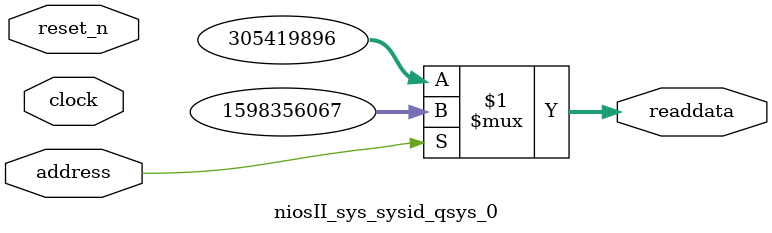
<source format=v>



// synthesis translate_off
`timescale 1ns / 1ps
// synthesis translate_on

// turn off superfluous verilog processor warnings 
// altera message_level Level1 
// altera message_off 10034 10035 10036 10037 10230 10240 10030 

module niosII_sys_sysid_qsys_0 (
               // inputs:
                address,
                clock,
                reset_n,

               // outputs:
                readdata
             )
;

  output  [ 31: 0] readdata;
  input            address;
  input            clock;
  input            reset_n;

  wire    [ 31: 0] readdata;
  //control_slave, which is an e_avalon_slave
  assign readdata = address ? 1598356067 : 305419896;

endmodule



</source>
